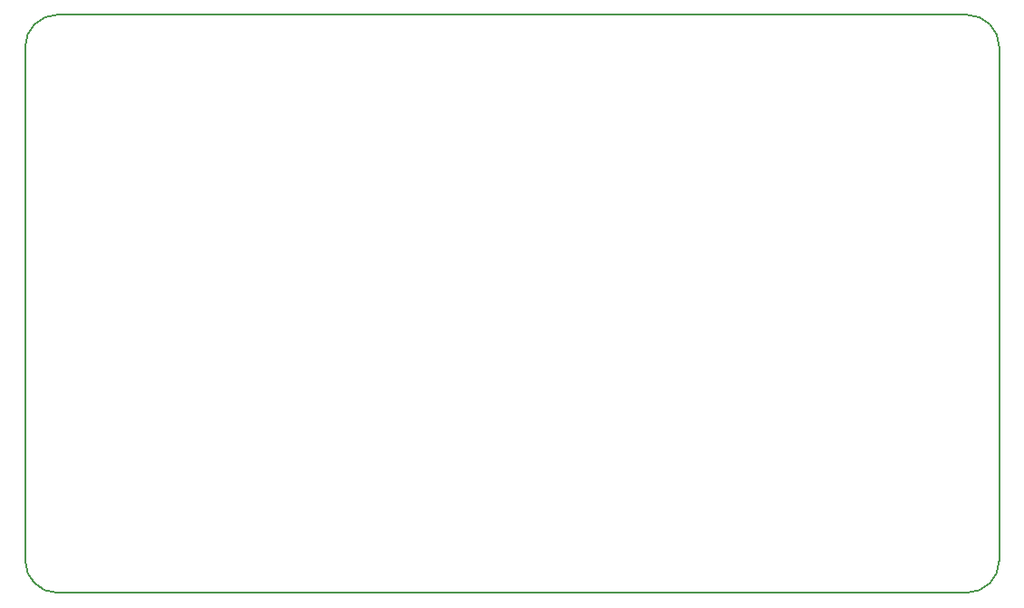
<source format=gbr>
%TF.GenerationSoftware,KiCad,Pcbnew,5.1.8-db9833491~88~ubuntu20.04.1*%
%TF.CreationDate,2020-12-22T00:38:32+08:00*%
%TF.ProjectId,Ingress_BioCard,496e6772-6573-4735-9f42-696f43617264,1.0*%
%TF.SameCoordinates,Original*%
%TF.FileFunction,Profile,NP*%
%FSLAX46Y46*%
G04 Gerber Fmt 4.6, Leading zero omitted, Abs format (unit mm)*
G04 Created by KiCad (PCBNEW 5.1.8-db9833491~88~ubuntu20.04.1) date 2020-12-22 00:38:32*
%MOMM*%
%LPD*%
G01*
G04 APERTURE LIST*
%TA.AperFunction,Profile*%
%ADD10C,0.150000*%
%TD*%
G04 APERTURE END LIST*
D10*
X65500000Y-134620000D02*
X150500000Y-134620000D01*
X65500000Y-80620000D02*
X150500000Y-80620000D01*
X62500000Y-83620000D02*
X62500000Y-131620000D01*
X150500000Y-80620000D02*
G75*
G02*
X153500000Y-83620000I0J-3000000D01*
G01*
X62500000Y-83620000D02*
G75*
G02*
X65500000Y-80620000I3000000J0D01*
G01*
X153500000Y-131620000D02*
G75*
G02*
X150500000Y-134620000I-3000000J0D01*
G01*
X65500000Y-134620000D02*
G75*
G02*
X62500000Y-131620000I0J3000000D01*
G01*
X153500000Y-83620000D02*
X153500000Y-131620000D01*
M02*

</source>
